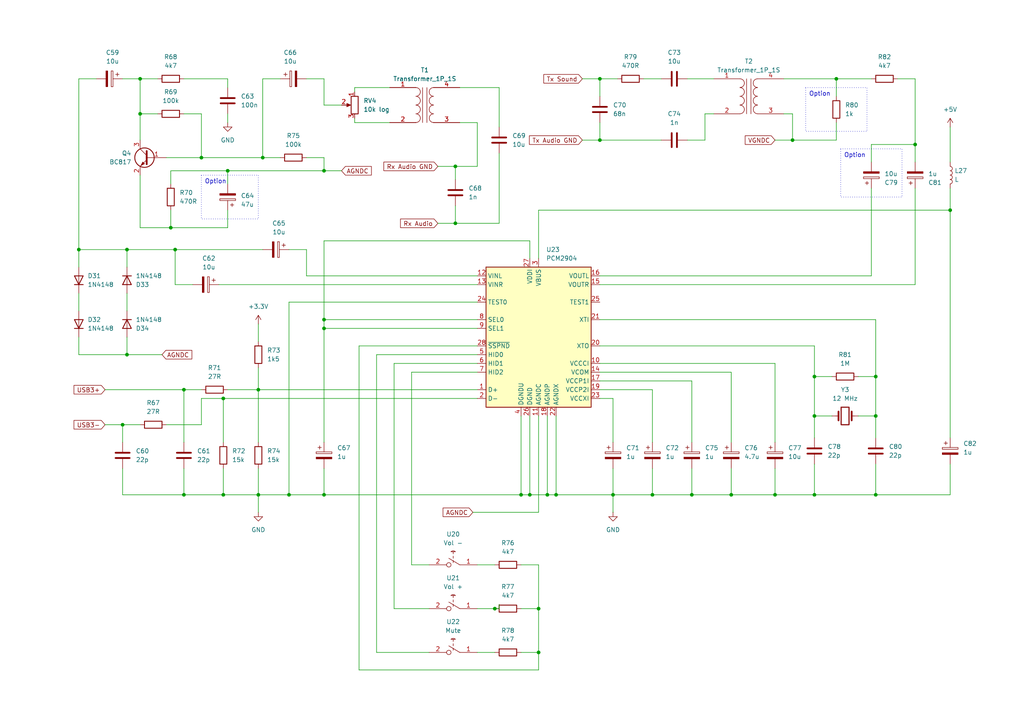
<source format=kicad_sch>
(kicad_sch (version 20231120) (generator "eeschema") (generator_version "8.0")
  (paper "A4")
  (title_block (rev "0.1"))
  (lib_symbols
    (symbol "Device:C" (pin_numbers hide) (pin_names (offset 0.254))
      (property "Reference" "C" (at 0.635 2.54 0))
      (property "Value" "C" (at 0.635 -2.54 0))
      (symbol "C_0_1"
        (polyline (pts (xy -2.032 -0.762) (xy 2.032 -0.762)) (stroke (width 0.508)))
        (polyline (pts (xy -2.032 0.762) (xy 2.032 0.762)) (stroke (width 0.508)))
      )
      (symbol "C_1_1"
        (pin passive line (at 0 3.81 270) (length 2.794) (name "~") (number "1"))
        (pin passive line (at 0 -3.81 90) (length 2.794) (name "~") (number "2"))
      )
    )
    (symbol "Device:C_Polarized" (pin_numbers hide) (pin_names (offset 0.254))
      (property "Reference" "C" (at 0.635 2.54 0))
      (property "Value" "C_Polarized" (at 0.635 -2.54 0))
      (symbol "C_Polarized_0_1"
        (rectangle (start -2.286 0.508) (end 2.286 1.016))
        (polyline (pts (xy -1.778 2.286) (xy -0.762 2.286)))
        (polyline (pts (xy -1.27 2.794) (xy -1.27 1.778)))
        (rectangle (start 2.286 -0.508) (end -2.286 -1.016) (fill (type outline)))
      )
      (symbol "C_Polarized_1_1"
        (pin passive line (at 0 3.81 270) (length 2.794) (name "~") (number "1"))
        (pin passive line (at 0 -3.81 90) (length 2.794) (name "~") (number "2"))
      )
    )
    (symbol "Device:Crystal" (pin_numbers hide) (pin_names (offset 1.016) hide)
      (property "Reference" "Y" (at 0 3.81 0))
      (property "Value" "Crystal" (at 0 -3.81 0))
      (symbol "Crystal_0_1"
        (rectangle (start -1.143 2.54) (end 1.143 -2.54) (stroke (width 0.3048)))
        (polyline (pts (xy -2.54 0) (xy -1.905 0)))
        (polyline (pts (xy -1.905 -1.27) (xy -1.905 1.27)) (stroke (width 0.508)))
        (polyline (pts (xy 1.905 -1.27) (xy 1.905 1.27)) (stroke (width 0.508)))
        (polyline (pts (xy 2.54 0) (xy 1.905 0)))
      )
      (symbol "Crystal_1_1"
        (pin passive line (at -3.81 0 0) (length 1.27) (name "1") (number "1"))
        (pin passive line (at 3.81 0 180) (length 1.27) (name "2") (number "2"))
      )
    )
    (symbol "Device:L" (pin_numbers hide) (pin_names (offset 1.016) hide)
      (property "Reference" "L" (at -1.27 0 90))
      (property "Value" "L" (at 1.905 0 90))
      (symbol "L_0_1"
        (arc (start 0 -2.54) (mid 0.6323 -1.905) (end 0 -1.27))
        (arc (start 0 -1.27) (mid 0.6323 -0.635) (end 0 0))
        (arc (start 0 0) (mid 0.6323 0.635) (end 0 1.27))
        (arc (start 0 1.27) (mid 0.6323 1.905) (end 0 2.54))
      )
      (symbol "L_1_1"
        (pin passive line (at 0 3.81 270) (length 1.27) (name "1") (number "1"))
        (pin passive line (at 0 -3.81 90) (length 1.27) (name "2") (number "2"))
      )
    )
    (symbol "Device:R" (pin_numbers hide) (pin_names (offset 0))
      (property "Reference" "R" (at 2.032 0 90))
      (property "Value" "R" (at 0 0 90))
      (symbol "R_0_1"
        (rectangle (start -1.016 -2.54) (end 1.016 2.54) (stroke (width 0.254)))
      )
      (symbol "R_1_1"
        (pin passive line (at 0 3.81 270) (length 1.27) (name "~") (number "1"))
        (pin passive line (at 0 -3.81 90) (length 1.27) (name "~") (number "2"))
      )
    )
    (symbol "Device:R_Potentiometer" (pin_names (offset 1.016) hide)
      (property "Reference" "RV" (at -4.445 0 90))
      (property "Value" "R_Potentiometer" (at -2.54 0 90))
      (symbol "R_Potentiometer_0_1"
        (polyline (pts (xy 2.54 0) (xy 1.524 0)))
        (polyline (pts (xy 1.143 0) (xy 2.286 0.508) (xy 2.286 -0.508) (xy 1.143 0)) (fill (type outline)))
        (rectangle (start 1.016 2.54) (end -1.016 -2.54) (stroke (width 0.254)))
      )
      (symbol "R_Potentiometer_1_1"
        (pin passive line (at 0 3.81 270) (length 1.27) (name "1") (number "1"))
        (pin passive line (at 3.81 0 180) (length 1.27) (name "2") (number "2"))
        (pin passive line (at 0 -3.81 90) (length 1.27) (name "3") (number "3"))
      )
    )
    (symbol "Device:Transformer_1P_1S" (pin_names (offset 1.016) hide)
      (property "Reference" "T" (at 0 6.35 0))
      (property "Value" "Transformer_1P_1S" (at 0 -7.62 0))
      (symbol "Transformer_1P_1S_0_1"
        (arc (start -2.54 -5.0546) (mid -1.6599 -4.6901) (end -1.27 -3.81))
        (arc (start -2.54 -2.5146) (mid -1.6599 -2.1501) (end -1.27 -1.27))
        (arc (start -2.54 0.0254) (mid -1.6599 0.3899) (end -1.27 1.27))
        (arc (start -2.54 2.5654) (mid -1.6599 2.9299) (end -1.27 3.81))
        (arc (start -1.27 -3.81) (mid -1.642 -2.912) (end -2.54 -2.54))
        (arc (start -1.27 -1.27) (mid -1.642 -0.372) (end -2.54 0))
        (arc (start -1.27 1.27) (mid -1.642 2.168) (end -2.54 2.54))
        (arc (start -1.27 3.81) (mid -1.642 4.708) (end -2.54 5.08))
        (polyline (pts (xy -0.635 5.08) (xy -0.635 -5.08)))
        (polyline (pts (xy 0.635 -5.08) (xy 0.635 5.08)))
        (arc (start 1.2954 -1.27) (mid 1.6599 -2.1501) (end 2.54 -2.5146))
        (arc (start 1.2954 1.27) (mid 1.6599 0.3899) (end 2.54 0.0254))
        (arc (start 1.2954 3.81) (mid 1.6599 2.9299) (end 2.54 2.5654))
        (arc (start 1.3208 -3.81) (mid 1.6853 -4.6901) (end 2.5654 -5.0546))
        (arc (start 2.54 0) (mid 1.642 -0.372) (end 1.2954 -1.27))
        (arc (start 2.54 2.54) (mid 1.642 2.168) (end 1.2954 1.27))
        (arc (start 2.54 5.08) (mid 1.642 4.708) (end 1.2954 3.81))
        (arc (start 2.5654 -2.54) (mid 1.6674 -2.912) (end 1.3208 -3.81))
      )
      (symbol "Transformer_1P_1S_1_1"
        (pin passive line (at -10.16 5.08 0) (length 7.62) (name "AA") (number "1"))
        (pin passive line (at -10.16 -5.08 0) (length 7.62) (name "AB") (number "2"))
        (pin passive line (at 10.16 -5.08 180) (length 7.62) (name "SA") (number "3"))
        (pin passive line (at 10.16 5.08 180) (length 7.62) (name "SB") (number "4"))
      )
    )
    (symbol "Diode:1N4148" (pin_numbers hide) (pin_names hide)
      (property "Reference" "D" (at 0 2.54 0))
      (property "Value" "1N4148" (at 0 -2.54 0))
      (symbol "1N4148_0_1"
        (polyline (pts (xy -1.27 1.27) (xy -1.27 -1.27)) (stroke (width 0.254)))
        (polyline (pts (xy 1.27 0) (xy -1.27 0)))
        (polyline (pts (xy 1.27 1.27) (xy 1.27 -1.27) (xy -1.27 0) (xy 1.27 1.27)) (stroke (width 0.254)))
      )
      (symbol "1N4148_1_1"
        (pin passive line (at -3.81 0 0) (length 2.54) (name "K") (number "1"))
        (pin passive line (at 3.81 0 180) (length 2.54) (name "A") (number "2"))
      )
    )
    (symbol "My_Parts:PCM2904"
      (property "Reference" "U" (at -14.732 21.59 0))
      (property "Value" "PCM2904" (at 10.922 21.59 0))
      (symbol "PCM2904_0_1"
        (rectangle (start -15.24 20.32) (end 15.24 -20.32) (stroke (width 0.254)) (fill (type background)))
      )
      (symbol "PCM2904_1_1"
        (pin bidirectional line (at -17.78 -15.24 0) (length 2.54) (name "D+") (number "1"))
        (pin passive line (at 17.78 -7.62 180) (length 2.54) (name "VCCCI") (number "10"))
        (pin power_in line (at 0 -22.86 90) (length 2.54) (name "AGNDC") (number "11"))
        (pin input line (at -17.78 17.78 0) (length 2.54) (name "VINL") (number "12"))
        (pin input line (at -17.78 15.24 0) (length 2.54) (name "VINR") (number "13"))
        (pin passive line (at 17.78 -10.16 180) (length 2.54) (name "VCOM") (number "14"))
        (pin output line (at 17.78 15.24 180) (length 2.54) (name "VOUTR") (number "15"))
        (pin output line (at 17.78 17.78 180) (length 2.54) (name "VOUTL") (number "16"))
        (pin passive line (at 17.78 -12.7 180) (length 2.54) (name "VCCP1I") (number "17"))
        (pin power_in line (at 2.54 -22.86 90) (length 2.54) (name "AGNDP") (number "18"))
        (pin passive line (at 17.78 -15.24 180) (length 2.54) (name "VCCP2I") (number "19"))
        (pin bidirectional line (at -17.78 -17.78 0) (length 2.54) (name "D-") (number "2"))
        (pin output line (at 17.78 -2.54 180) (length 2.54) (name "XTO") (number "20"))
        (pin input line (at 17.78 5.08 180) (length 2.54) (name "XTI") (number "21"))
        (pin power_in line (at 5.08 -22.86 90) (length 2.54) (name "AGNDX") (number "22"))
        (pin passive line (at 17.78 -17.78 180) (length 2.54) (name "VCCXI") (number "23"))
        (pin input line (at -17.78 10.16 0) (length 2.54) (name "TEST0") (number "24"))
        (pin output line (at 17.78 10.16 180) (length 2.54) (name "TEST1") (number "25"))
        (pin power_in line (at -2.54 -22.86 90) (length 2.54) (name "DGND") (number "26"))
        (pin power_out line (at -2.54 22.86 270) (length 2.54) (name "VDDI") (number "27"))
        (pin output line (at -17.78 -2.54 0) (length 2.54) (name "~{SSPND}") (number "28"))
        (pin power_in line (at 0 22.86 270) (length 2.54) (name "VBUS") (number "3"))
        (pin power_in line (at -5.08 -22.86 90) (length 2.54) (name "DGNDU") (number "4"))
        (pin input line (at -17.78 -5.08 0) (length 2.54) (name "HID0") (number "5"))
        (pin input line (at -17.78 -7.62 0) (length 2.54) (name "HID1") (number "6"))
        (pin input line (at -17.78 -10.16 0) (length 2.54) (name "HID2") (number "7"))
        (pin input line (at -17.78 5.08 0) (length 2.54) (name "SEL0") (number "8"))
        (pin input line (at -17.78 2.54 0) (length 2.54) (name "SEL1") (number "9"))
      )
    )
    (symbol "My_Parts:Switch" (pin_names hide)
      (property "Reference" "U" (at 6.985 6.35 0))
      (property "Value" "Switch" (at 7.62 -4.445 0))
      (symbol "Switch_0_1"
        (polyline (pts (xy 5.08 0) (xy 8.255 1.905)) (stroke (width 0.1524)))
        (polyline (pts (xy 6.35 3.81) (xy 7.62 3.81)) (stroke (width 0.1524)))
        (polyline (pts (xy 6.985 0.635) (xy 6.985 1.27)) (stroke (width 0.1524)))
        (polyline (pts (xy 6.985 1.905) (xy 6.985 2.54)) (stroke (width 0.1524)))
        (polyline (pts (xy 6.985 3.175) (xy 6.985 3.81)) (stroke (width 0.1524)))
        (arc (start 7.62 3.81) (mid 6.985 4.073) (end 6.35 3.81) (stroke (width 0.1524)))
        (circle (center 8.255 0) (radius 0.635) (stroke (width 0.1524)))
      )
      (symbol "Switch_1_1"
        (pin passive line (at 0 0 0) (length 5.08) (name "Com") (number "1"))
        (pin passive line (at 13.97 0 180) (length 5.08) (name "NO") (number "2"))
      )
    )
    (symbol "Transistor_BJT:BC817" (pin_names (offset 0) hide)
      (property "Reference" "Q" (at 5.08 1.905 0))
      (property "Value" "BC817" (at 5.08 0 0))
      (symbol "BC817_0_1"
        (polyline (pts (xy 0.635 0.635) (xy 2.54 2.54)))
        (polyline (pts (xy 0.635 -0.635) (xy 2.54 -2.54) (xy 2.54 -2.54)))
        (polyline (pts (xy 0.635 1.905) (xy 0.635 -1.905) (xy 0.635 -1.905)) (stroke (width 0.508)))
        (polyline (pts (xy 1.27 -1.778) (xy 1.778 -1.27) (xy 2.286 -2.286) (xy 1.27 -1.778) (xy 1.27 -1.778)) (fill (type outline)))
        (circle (center 1.27 0) (radius 2.8194) (stroke (width 0.254)))
      )
      (symbol "BC817_1_1"
        (pin input line (at -5.08 0 0) (length 5.715) (name "B") (number "1"))
        (pin passive line (at 2.54 -5.08 90) (length 2.54) (name "E") (number "2"))
        (pin passive line (at 2.54 5.08 270) (length 2.54) (name "C") (number "3"))
      )
    )
    (symbol "power:+3.3V" (power) (pin_numbers hide) (pin_names (offset 0) hide)
      (property "Value" "+3.3V" (at 0 3.556 0))
      (symbol "+3.3V_0_1"
        (polyline (pts (xy -0.762 1.27) (xy 0 2.54)))
        (polyline (pts (xy 0 0) (xy 0 2.54)))
        (polyline (pts (xy 0 2.54) (xy 0.762 1.27)))
      )
      (symbol "+3.3V_1_1"
        (pin power_in line (at 0 0 90) (length 0) (name "~") (number "1"))
      )
    )
    (symbol "power:+5V" (power) (pin_numbers hide) (pin_names (offset 0) hide)
      (property "Value" "+5V" (at 0 3.556 0))
      (symbol "+5V_0_1"
        (polyline (pts (xy -0.762 1.27) (xy 0 2.54)))
        (polyline (pts (xy 0 0) (xy 0 2.54)))
        (polyline (pts (xy 0 2.54) (xy 0.762 1.27)))
      )
      (symbol "+5V_1_1"
        (pin power_in line (at 0 0 90) (length 0) (name "~") (number "1"))
      )
    )
    (symbol "power:GND" (power) (pin_numbers hide) (pin_names (offset 0) hide)
      (property "Value" "GND" (at 0 -3.81 0))
      (symbol "GND_0_1"
        (polyline (pts (xy 0 0) (xy 0 -1.27) (xy 1.27 -1.27) (xy 0 -2.54) (xy -1.27 -1.27) (xy 0 -1.27)))
      )
      (symbol "GND_1_1"
        (pin power_in line (at 0 0 270) (length 0) (name "~") (number "1"))
      )
    )
  )
  (junction (at 200.66 143.51))
  (junction (at 40.64 22.86))
  (junction (at 229.87 40.64))
  (junction (at 50.8 72.39))
  (junction (at 36.83 102.87))
  (junction (at 143.51 176.53))
  (junction (at 177.8 143.51))
  (junction (at 173.99 22.86))
  (junction (at 74.93 113.03))
  (junction (at 242.57 22.86))
  (junction (at 35.56 123.19))
  (junction (at 66.04 49.53))
  (junction (at 53.34 113.03))
  (junction (at 83.82 143.51))
  (junction (at 74.93 143.51))
  (junction (at 93.98 143.51))
  (junction (at 22.86 72.39))
  (junction (at 36.83 72.39))
  (junction (at 93.98 95.25))
  (junction (at 189.23 143.51))
  (junction (at 153.67 143.51))
  (junction (at 58.42 45.72))
  (junction (at 40.64 33.02))
  (junction (at 254 143.51))
  (junction (at 224.79 143.51))
  (junction (at 236.22 120.65))
  (junction (at 132.08 48.26))
  (junction (at 156.21 189.23))
  (junction (at 132.08 64.77))
  (junction (at 236.22 109.22))
  (junction (at 236.22 143.51))
  (junction (at 93.98 49.53))
  (junction (at 156.21 176.53))
  (junction (at 76.2 45.72))
  (junction (at 53.34 143.51))
  (junction (at 151.13 143.51))
  (junction (at 161.29 143.51))
  (junction (at 275.59 60.96))
  (junction (at 64.77 143.51))
  (junction (at 49.53 66.04))
  (junction (at 93.98 92.71))
  (junction (at 265.43 41.91))
  (junction (at 254 120.65))
  (junction (at 212.09 143.51))
  (junction (at 173.99 40.64))
  (junction (at 64.77 115.57))
  (junction (at 254 109.22))
  (junction (at 158.75 143.51))
  (wire (pts (xy 275.59 36.83) (xy 275.59 46.99)))
  (wire (pts (xy 53.34 128.27) (xy 53.34 113.03)))
  (wire (pts (xy 199.39 22.86) (xy 207.01 22.86)))
  (wire (pts (xy 173.99 80.01) (xy 252.73 80.01)))
  (wire (pts (xy 99.06 30.48) (xy 93.98 30.48)))
  (wire (pts (xy 242.57 35.56) (xy 242.57 40.64)))
  (wire (pts (xy 40.64 22.86) (xy 45.72 22.86)))
  (wire (pts (xy 158.75 120.65) (xy 158.75 143.51)))
  (wire (pts (xy 27.94 22.86) (xy 22.86 22.86)))
  (wire (pts (xy 109.22 189.23) (xy 109.22 102.87)))
  (wire (pts (xy 173.99 92.71) (xy 254 92.71)))
  (wire (pts (xy 133.35 35.56) (xy 138.43 35.56)))
  (wire (pts (xy 248.92 120.65) (xy 254 120.65)))
  (wire (pts (xy 40.64 33.02) (xy 40.64 40.64)))
  (wire (pts (xy 156.21 189.23) (xy 156.21 176.53)))
  (wire (pts (xy 161.29 120.65) (xy 161.29 143.51)))
  (wire (pts (xy 229.87 33.02) (xy 229.87 40.64)))
  (wire (pts (xy 50.8 72.39) (xy 76.2 72.39)))
  (wire (pts (xy 173.99 35.56) (xy 173.99 40.64)))
  (wire (pts (xy 88.9 22.86) (xy 93.98 22.86)))
  (wire (pts (xy 58.42 33.02) (xy 58.42 45.72)))
  (wire (pts (xy 83.82 87.63) (xy 83.82 143.51)))
  (wire (pts (xy 35.56 143.51) (xy 53.34 143.51)))
  (wire (pts (xy 138.43 105.41) (xy 114.3 105.41)))
  (wire (pts (xy 254 92.71) (xy 254 109.22)))
  (wire (pts (xy 58.42 115.57) (xy 58.42 123.19)))
  (wire (pts (xy 93.98 45.72) (xy 93.98 49.53)))
  (wire (pts (xy 40.64 50.8) (xy 40.64 66.04)))
  (wire (pts (xy 74.93 143.51) (xy 83.82 143.51)))
  (wire (pts (xy 153.67 74.93) (xy 153.67 69.85)))
  (wire (pts (xy 229.87 40.64) (xy 242.57 40.64)))
  (wire (pts (xy 88.9 80.01) (xy 88.9 72.39)))
  (wire (pts (xy 189.23 143.51) (xy 200.66 143.51)))
  (wire (pts (xy 138.43 35.56) (xy 138.43 48.26)))
  (wire (pts (xy 124.46 163.83) (xy 119.38 163.83)))
  (wire (pts (xy 63.5 82.55) (xy 138.43 82.55)))
  (wire (pts (xy 53.34 135.89) (xy 53.34 143.51)))
  (wire (pts (xy 177.8 128.27) (xy 177.8 115.57)))
  (wire (pts (xy 36.83 102.87) (xy 22.86 102.87)))
  (wire (pts (xy 74.93 135.89) (xy 74.93 143.51)))
  (wire (pts (xy 204.47 33.02) (xy 207.01 33.02)))
  (wire (pts (xy 224.79 105.41) (xy 224.79 128.27)))
  (wire (pts (xy 151.13 120.65) (xy 151.13 143.51)))
  (wire (pts (xy 53.34 22.86) (xy 66.04 22.86)))
  (wire (pts (xy 74.93 106.68) (xy 74.93 113.03)))
  (wire (pts (xy 119.38 163.83) (xy 119.38 107.95)))
  (wire (pts (xy 36.83 85.09) (xy 36.83 90.17)))
  (wire (pts (xy 49.53 66.04) (xy 40.64 66.04)))
  (wire (pts (xy 204.47 40.64) (xy 204.47 33.02)))
  (wire (pts (xy 81.28 22.86) (xy 76.2 22.86)))
  (wire (pts (xy 236.22 100.33) (xy 236.22 109.22)))
  (wire (pts (xy 114.3 176.53) (xy 124.46 176.53)))
  (wire (pts (xy 254 120.65) (xy 254 127)))
  (wire (pts (xy 64.77 115.57) (xy 138.43 115.57)))
  (wire (pts (xy 173.99 107.95) (xy 212.09 107.95)))
  (wire (pts (xy 46.99 102.87) (xy 36.83 102.87)))
  (wire (pts (xy 158.75 143.51) (xy 153.67 143.51)))
  (wire (pts (xy 36.83 72.39) (xy 36.83 77.47)))
  (wire (pts (xy 48.26 45.72) (xy 58.42 45.72)))
  (wire (pts (xy 66.04 49.53) (xy 93.98 49.53)))
  (wire (pts (xy 132.08 59.69) (xy 132.08 64.77)))
  (wire (pts (xy 236.22 127) (xy 236.22 120.65)))
  (wire (pts (xy 156.21 60.96) (xy 156.21 74.93)))
  (wire (pts (xy 133.35 25.4) (xy 144.78 25.4)))
  (wire (pts (xy 109.22 102.87) (xy 138.43 102.87)))
  (wire (pts (xy 173.99 82.55) (xy 265.43 82.55)))
  (wire (pts (xy 22.86 77.47) (xy 22.86 72.39)))
  (wire (pts (xy 242.57 22.86) (xy 252.73 22.86)))
  (wire (pts (xy 66.04 49.53) (xy 66.04 53.34)))
  (wire (pts (xy 35.56 135.89) (xy 35.56 143.51)))
  (wire (pts (xy 93.98 135.89) (xy 93.98 143.51)))
  (wire (pts (xy 236.22 143.51) (xy 224.79 143.51)))
  (wire (pts (xy 236.22 120.65) (xy 241.3 120.65)))
  (wire (pts (xy 227.33 22.86) (xy 242.57 22.86)))
  (wire (pts (xy 49.53 53.34) (xy 49.53 49.53)))
  (wire (pts (xy 236.22 109.22) (xy 241.3 109.22)))
  (wire (pts (xy 58.42 115.57) (xy 64.77 115.57)))
  (wire (pts (xy 143.51 176.53) (xy 144.78 176.53)))
  (wire (pts (xy 212.09 143.51) (xy 224.79 143.51)))
  (wire (pts (xy 168.91 22.86) (xy 173.99 22.86)))
  (wire (pts (xy 102.87 25.4) (xy 113.03 25.4)))
  (wire (pts (xy 93.98 69.85) (xy 93.98 92.71)))
  (wire (pts (xy 144.78 64.77) (xy 132.08 64.77)))
  (wire (pts (xy 53.34 33.02) (xy 58.42 33.02)))
  (wire (pts (xy 66.04 33.02) (xy 66.04 35.56)))
  (wire (pts (xy 127 48.26) (xy 132.08 48.26)))
  (wire (pts (xy 64.77 115.57) (xy 64.77 128.27)))
  (wire (pts (xy 138.43 176.53) (xy 143.51 176.53)))
  (wire (pts (xy 64.77 135.89) (xy 64.77 143.51)))
  (wire (pts (xy 138.43 92.71) (xy 93.98 92.71)))
  (wire (pts (xy 186.69 22.86) (xy 191.77 22.86)))
  (wire (pts (xy 93.98 95.25) (xy 138.43 95.25)))
  (wire (pts (xy 275.59 60.96) (xy 156.21 60.96)))
  (wire (pts (xy 212.09 135.89) (xy 212.09 143.51)))
  (wire (pts (xy 252.73 46.99) (xy 252.73 41.91)))
  (wire (pts (xy 45.72 33.02) (xy 40.64 33.02)))
  (wire (pts (xy 173.99 100.33) (xy 236.22 100.33)))
  (wire (pts (xy 102.87 35.56) (xy 113.03 35.56)))
  (wire (pts (xy 88.9 72.39) (xy 83.82 72.39)))
  (wire (pts (xy 156.21 148.59) (xy 156.21 120.65)))
  (wire (pts (xy 177.8 135.89) (xy 177.8 143.51)))
  (wire (pts (xy 179.07 22.86) (xy 173.99 22.86)))
  (wire (pts (xy 224.79 135.89) (xy 224.79 143.51)))
  (wire (pts (xy 200.66 110.49) (xy 200.66 128.27)))
  (wire (pts (xy 224.79 40.64) (xy 229.87 40.64)))
  (wire (pts (xy 156.21 163.83) (xy 151.13 163.83)))
  (wire (pts (xy 177.8 148.59) (xy 177.8 143.51)))
  (wire (pts (xy 83.82 143.51) (xy 93.98 143.51)))
  (wire (pts (xy 177.8 143.51) (xy 189.23 143.51)))
  (wire (pts (xy 66.04 113.03) (xy 74.93 113.03)))
  (wire (pts (xy 173.99 22.86) (xy 173.99 27.94)))
  (wire (pts (xy 58.42 45.72) (xy 76.2 45.72)))
  (wire (pts (xy 102.87 34.29) (xy 102.87 35.56)))
  (wire (pts (xy 138.43 87.63) (xy 83.82 87.63)))
  (wire (pts (xy 66.04 22.86) (xy 66.04 25.4)))
  (wire (pts (xy 156.21 176.53) (xy 151.13 176.53)))
  (wire (pts (xy 76.2 22.86) (xy 76.2 45.72)))
  (wire (pts (xy 35.56 123.19) (xy 40.64 123.19)))
  (wire (pts (xy 104.14 194.31) (xy 156.21 194.31)))
  (wire (pts (xy 66.04 66.04) (xy 49.53 66.04)))
  (wire (pts (xy 53.34 143.51) (xy 64.77 143.51)))
  (wire (pts (xy 88.9 45.72) (xy 93.98 45.72)))
  (wire (pts (xy 104.14 100.33) (xy 104.14 194.31)))
  (wire (pts (xy 173.99 40.64) (xy 191.77 40.64)))
  (wire (pts (xy 114.3 105.41) (xy 114.3 176.53)))
  (wire (pts (xy 35.56 123.19) (xy 35.56 128.27)))
  (wire (pts (xy 55.88 82.55) (xy 50.8 82.55)))
  (wire (pts (xy 22.86 72.39) (xy 36.83 72.39)))
  (wire (pts (xy 74.93 113.03) (xy 138.43 113.03)))
  (wire (pts (xy 200.66 143.51) (xy 212.09 143.51)))
  (wire (pts (xy 265.43 41.91) (xy 265.43 46.99)))
  (wire (pts (xy 127 64.77) (xy 132.08 64.77)))
  (wire (pts (xy 93.98 49.53) (xy 99.06 49.53)))
  (wire (pts (xy 102.87 26.67) (xy 102.87 25.4)))
  (wire (pts (xy 212.09 107.95) (xy 212.09 128.27)))
  (wire (pts (xy 74.93 143.51) (xy 74.93 148.59)))
  (wire (pts (xy 40.64 22.86) (xy 40.64 33.02)))
  (wire (pts (xy 275.59 54.61) (xy 275.59 60.96)))
  (wire (pts (xy 151.13 189.23) (xy 156.21 189.23)))
  (wire (pts (xy 173.99 110.49) (xy 200.66 110.49)))
  (wire (pts (xy 22.86 97.79) (xy 22.86 102.87)))
  (wire (pts (xy 22.86 85.09) (xy 22.86 90.17)))
  (wire (pts (xy 36.83 97.79) (xy 36.83 102.87)))
  (wire (pts (xy 275.59 134.62) (xy 275.59 143.51)))
  (wire (pts (xy 236.22 134.62) (xy 236.22 143.51)))
  (wire (pts (xy 93.98 30.48) (xy 93.98 22.86)))
  (wire (pts (xy 36.83 72.39) (xy 50.8 72.39)))
  (wire (pts (xy 64.77 143.51) (xy 74.93 143.51)))
  (wire (pts (xy 138.43 48.26) (xy 132.08 48.26)))
  (wire (pts (xy 50.8 82.55) (xy 50.8 72.39)))
  (wire (pts (xy 153.67 120.65) (xy 153.67 143.51)))
  (wire (pts (xy 242.57 22.86) (xy 242.57 27.94)))
  (wire (pts (xy 265.43 82.55) (xy 265.43 54.61)))
  (wire (pts (xy 137.16 148.59) (xy 156.21 148.59)))
  (wire (pts (xy 177.8 115.57) (xy 173.99 115.57)))
  (wire (pts (xy 236.22 120.65) (xy 236.22 109.22)))
  (wire (pts (xy 252.73 41.91) (xy 265.43 41.91)))
  (wire (pts (xy 156.21 194.31) (xy 156.21 189.23)))
  (wire (pts (xy 144.78 176.53) (xy 144.78 175.26)))
  (wire (pts (xy 138.43 100.33) (xy 104.14 100.33)))
  (wire (pts (xy 40.64 22.86) (xy 35.56 22.86)))
  (wire (pts (xy 93.98 92.71) (xy 93.98 95.25)))
  (wire (pts (xy 156.21 176.53) (xy 156.21 163.83)))
  (wire (pts (xy 66.04 60.96) (xy 66.04 66.04)))
  (wire (pts (xy 254 134.62) (xy 254 143.51)))
  (wire (pts (xy 143.51 163.83) (xy 138.43 163.83)))
  (wire (pts (xy 260.35 22.86) (xy 265.43 22.86)))
  (wire (pts (xy 173.99 113.03) (xy 189.23 113.03)))
  (wire (pts (xy 275.59 127) (xy 275.59 60.96)))
  (wire (pts (xy 93.98 95.25) (xy 93.98 128.27)))
  (wire (pts (xy 161.29 143.51) (xy 158.75 143.51)))
  (wire (pts (xy 74.93 113.03) (xy 74.93 128.27)))
  (wire (pts (xy 173.99 105.41) (xy 224.79 105.41)))
  (wire (pts (xy 143.51 189.23) (xy 138.43 189.23)))
  (wire (pts (xy 30.48 113.03) (xy 53.34 113.03)))
  (wire (pts (xy 189.23 135.89) (xy 189.23 143.51)))
  (wire (pts (xy 168.91 40.64) (xy 173.99 40.64)))
  (wire (pts (xy 53.34 113.03) (xy 58.42 113.03)))
  (wire (pts (xy 200.66 135.89) (xy 200.66 143.51)))
  (wire (pts (xy 49.53 60.96) (xy 49.53 66.04)))
  (wire (pts (xy 144.78 44.45) (xy 144.78 64.77)))
  (wire (pts (xy 254 109.22) (xy 254 120.65)))
  (wire (pts (xy 189.23 113.03) (xy 189.23 128.27)))
  (wire (pts (xy 119.38 107.95) (xy 138.43 107.95)))
  (wire (pts (xy 74.93 93.98) (xy 74.93 99.06)))
  (wire (pts (xy 132.08 48.26) (xy 132.08 52.07)))
  (wire (pts (xy 76.2 45.72) (xy 81.28 45.72)))
  (wire (pts (xy 88.9 80.01) (xy 138.43 80.01)))
  (wire (pts (xy 144.78 36.83) (xy 144.78 25.4)))
  (wire (pts (xy 236.22 143.51) (xy 254 143.51)))
  (wire (pts (xy 275.59 143.51) (xy 254 143.51)))
  (wire (pts (xy 265.43 22.86) (xy 265.43 41.91)))
  (wire (pts (xy 93.98 143.51) (xy 151.13 143.51)))
  (wire (pts (xy 161.29 143.51) (xy 177.8 143.51)))
  (wire (pts (xy 49.53 49.53) (xy 66.04 49.53)))
  (wire (pts (xy 48.26 123.19) (xy 58.42 123.19)))
  (wire (pts (xy 252.73 54.61) (xy 252.73 80.01)))
  (wire (pts (xy 124.46 189.23) (xy 109.22 189.23)))
  (wire (pts (xy 153.67 69.85) (xy 93.98 69.85)))
  (wire (pts (xy 22.86 22.86) (xy 22.86 72.39)))
  (wire (pts (xy 30.48 123.19) (xy 35.56 123.19)))
  (wire (pts (xy 153.67 143.51) (xy 151.13 143.51)))
  (wire (pts (xy 199.39 40.64) (xy 204.47 40.64)))
  (wire (pts (xy 227.33 33.02) (xy 229.87 33.02)))
  (wire (pts (xy 248.92 109.22) (xy 254 109.22)))
  (text_box "Option" (at 243.84 43.18 0) (size 17.78 13.97) (stroke (width 0) (type dot)) (effects (font (size 1.27 1.27)) (justify left top)))
  (text_box "Option" (at 58.42 50.8 0) (size 16.51 12.7) (stroke (width 0) (type dot)) (effects (font (size 1.27 1.27)) (justify left top)))
  (text_box "Option" (at 233.68 25.4 0) (size 17.78 12.7) (stroke (width 0) (type dot)) (effects (font (size 1.27 1.27)) (justify left top)))
  (global_label "Tx Sound" (shape input) (at 168.91 22.86 180) (property "Intersheetrefs" "${INTERSHEET_REFS}" (effects (hide yes))))
  (global_label "Rx Audio" (shape input) (at 127 64.77 180) (property "Intersheetrefs" "${INTERSHEET_REFS}" (effects (hide yes))))
  (global_label "Tx Audio GND" (shape input) (at 168.91 40.64 180) (property "Intersheetrefs" "${INTERSHEET_REFS}" (effects (hide yes))))
  (global_label "AGNDC" (shape input) (at 137.16 148.59 180) (property "Intersheetrefs" "${INTERSHEET_REFS}" (effects (hide yes))))
  (global_label "USB3-" (shape input) (at 30.48 123.19 180) (property "Intersheetrefs" "${INTERSHEET_REFS}" (effects (hide yes))))
  (global_label "Rx Audio GND" (shape input) (at 127 48.26 180) (property "Intersheetrefs" "${INTERSHEET_REFS}" (effects (hide yes))))
  (global_label "VGNDC" (shape input) (at 224.79 40.64 180) (property "Intersheetrefs" "${INTERSHEET_REFS}" (effects (hide yes))))
  (global_label "AGNDC" (shape input) (at 46.99 102.87 0) (property "Intersheetrefs" "${INTERSHEET_REFS}" (effects (hide yes))))
  (global_label "USB3+" (shape input) (at 30.48 113.03 180) (property "Intersheetrefs" "${INTERSHEET_REFS}" (effects (hide yes))))
  (global_label "AGNDC" (shape input) (at 99.06 49.53 0) (property "Intersheetrefs" "${INTERSHEET_REFS}" (effects (hide yes))))
  (symbol (lib_id "Device:L") (at 275.59 50.8 0) (unit 1)
    (property "Reference" "L27" (at 276.86 49.5299 0) (effects (justify left)))
    (property "Value" "L" (at 276.86 52.0699 0) (effects (justify left)))
    (property "Footprint" "Inductor_SMD:L_1206_3216Metric_Pad1.22x1.90mm_HandSolder" (effects (hide yes)))
    (property "Description" "Inductor" (effects (hide yes)))
  )
  (symbol (lib_id "Device:R") (at 64.77 132.08 180) (unit 1)
    (property "Reference" "R72" (at 67.31 130.8099 0) (effects (justify right)))
    (property "Value" "15k" (at 67.31 133.3499 0) (effects (justify right)))
    (property "Footprint" "Resistor_SMD:R_1206_3216Metric_Pad1.30x1.75mm_HandSolder" (effects (hide yes)))
    (property "Description" "Resistor" (effects (hide yes)))
  )
  (symbol (lib_id "My_Parts:PCM2904") (at 156.21 97.79 0) (unit 1)
    (property "Reference" "U23" (at 158.4041 72.39 0) (effects (justify left)))
    (property "Value" "PCM2904" (at 158.4041 74.93 0) (effects (justify left)))
    (property "Footprint" "Package_SO:SSOP-28_5.3x10.2mm_P0.65mm" (effects (hide yes)))
    (property "Datasheet" "https://www.ti.com/lit/ds/symlink/pcm2904.pdf?ts=1744458087246&ref_url=https%253A%252F%252Fwww.ti.com%252Fproduct%252FPCM2904" (effects (hide yes)))
    (property "Description" "Stereo Audio Codec with USB interface, Analog Input/Output, and S/PDIF, SSOP-28" (effects (hide yes)))
  )
  (symbol (lib_id "Device:R") (at 147.32 176.53 270) (mirror x) (unit 1)
    (property "Reference" "R77" (at 147.32 170.18 90))
    (property "Value" "4k7" (at 147.32 172.72 90))
    (property "Footprint" "Resistor_SMD:R_1206_3216Metric_Pad1.30x1.75mm_HandSolder" (effects (hide yes)))
    (property "Description" "Resistor" (effects (hide yes)))
  )
  (symbol (lib_id "Device:R") (at 62.23 113.03 90) (unit 1)
    (property "Reference" "R71" (at 62.23 106.68 90))
    (property "Value" "27R" (at 62.23 109.22 90))
    (property "Footprint" "Resistor_SMD:R_1206_3216Metric_Pad1.30x1.75mm_HandSolder" (effects (hide yes)))
    (property "Description" "Resistor" (effects (hide yes)))
  )
  (symbol (lib_id "Device:C_Polarized") (at 85.09 22.86 90) (mirror x) (unit 1)
    (property "Reference" "C66" (at 84.201 15.24 90))
    (property "Value" "10u" (at 84.201 17.78 90))
    (property "Footprint" "Capacitor_SMD:CP_Elec_5x5.4" (effects (hide yes)))
    (property "Description" "Polarized capacitor" (effects (hide yes)))
  )
  (symbol (lib_id "Diode:1N4148") (at 36.83 93.98 90) (mirror x) (unit 1)
    (property "Reference" "D34" (at 39.37 95.2501 90) (effects (justify right)))
    (property "Value" "1N4148" (at 39.37 92.7101 90) (effects (justify right)))
    (property "Footprint" "Diode_SMD:D_SOD-523" (effects (hide yes)))
    (property "Datasheet" "https://assets.nexperia.com/documents/data-sheet/1N4148_1N4448.pdf" (effects (hide yes)))
    (property "Description" "100V 0.15A standard switching diode, DO-35" (effects (hide yes)))
    (property "Sim.Device" "D" (effects (hide yes)))
    (property "Sim.Pins" "1=K 2=A" (effects (hide yes)))
  )
  (symbol (lib_id "Device:R_Potentiometer") (at 102.87 30.48 0) (mirror y) (unit 1)
    (property "Reference" "RV4" (at 105.41 29.2099 0) (effects (justify right)))
    (property "Value" "10k log" (at 105.41 31.7499 0) (effects (justify right)))
    (property "Footprint" "MyFootprints:3-pin JST Potentiometer" (effects (hide yes)))
    (property "Description" "Potentiometer" (effects (hide yes)))
  )
  (symbol (lib_id "Device:R") (at 245.11 109.22 90) (unit 1)
    (property "Reference" "R81" (at 245.11 102.87 90))
    (property "Value" "1M" (at 245.11 105.41 90))
    (property "Footprint" "Resistor_SMD:R_1206_3216Metric_Pad1.30x1.75mm_HandSolder" (effects (hide yes)))
    (property "Description" "Resistor" (effects (hide yes)))
  )
  (symbol (lib_id "Device:C") (at 195.58 40.64 90) (unit 1)
    (property "Reference" "C74" (at 195.58 33.02 90))
    (property "Value" "1n" (at 195.58 35.56 90))
    (property "Footprint" "Capacitor_SMD:C_1206_3216Metric_Pad1.33x1.80mm_HandSolder" (effects (hide yes)))
    (property "Description" "Unpolarized capacitor" (effects (hide yes)))
  )
  (symbol (lib_id "power:GND") (at 177.8 148.59 0) (unit 1)
    (property "Reference" "#PWR82" (effects (hide yes)))
    (property "Value" "GND" (at 177.8 153.67 0))
    (property "Description" "Power symbol creates a global label with name \"GND\" , ground" (effects (hide yes)))
  )
  (symbol (lib_id "Device:C") (at 144.78 40.64 180) (unit 1)
    (property "Reference" "C69" (at 148.59 39.3699 0) (effects (justify right)))
    (property "Value" "10u" (at 148.59 41.9099 0) (effects (justify right)))
    (property "Footprint" "Capacitor_SMD:C_1206_3216Metric_Pad1.33x1.80mm_HandSolder" (effects (hide yes)))
    (property "Description" "Unpolarized capacitor" (effects (hide yes)))
  )
  (symbol (lib_id "Device:C_Polarized") (at 31.75 22.86 270) (unit 1)
    (property "Reference" "C59" (at 32.639 15.24 90))
    (property "Value" "10u" (at 32.639 17.78 90))
    (property "Footprint" "Capacitor_SMD:CP_Elec_5x5.4" (effects (hide yes)))
    (property "Description" "Polarized capacitor" (effects (hide yes)))
  )
  (symbol (lib_id "Device:C") (at 254 130.81 0) (unit 1)
    (property "Reference" "C80" (at 257.81 129.5399 0) (effects (justify left)))
    (property "Value" "22p" (at 257.81 132.0799 0) (effects (justify left)))
    (property "Footprint" "Capacitor_SMD:C_1206_3216Metric_Pad1.33x1.80mm_HandSolder" (effects (hide yes)))
    (property "Description" "Unpolarized capacitor" (effects (hide yes)))
  )
  (symbol (lib_id "Device:C") (at 236.22 130.81 0) (unit 1)
    (property "Reference" "C78" (at 240.03 129.5399 0) (effects (justify left)))
    (property "Value" "22p" (at 240.03 132.0799 0) (effects (justify left)))
    (property "Footprint" "Capacitor_SMD:C_1206_3216Metric_Pad1.33x1.80mm_HandSolder" (effects (hide yes)))
    (property "Description" "Unpolarized capacitor" (effects (hide yes)))
  )
  (symbol (lib_id "Device:C") (at 195.58 22.86 90) (unit 1)
    (property "Reference" "C73" (at 195.58 15.24 90))
    (property "Value" "10u" (at 195.58 17.78 90))
    (property "Footprint" "Capacitor_SMD:C_1206_3216Metric_Pad1.33x1.80mm_HandSolder" (effects (hide yes)))
    (property "Description" "Unpolarized capacitor" (effects (hide yes)))
  )
  (symbol (lib_id "Device:C_Polarized") (at 265.43 50.8 0) (mirror x) (unit 1)
    (property "Reference" "C81" (at 269.24 52.9591 0) (effects (justify left)))
    (property "Value" "1u" (at 269.24 50.4191 0) (effects (justify left)))
    (property "Footprint" "Capacitor_SMD:CP_Elec_5x5.4" (effects (hide yes)))
    (property "Description" "Polarized capacitor" (effects (hide yes)))
  )
  (symbol (lib_id "Device:R") (at 74.93 102.87 0) (unit 1)
    (property "Reference" "R73" (at 77.47 101.5999 0) (effects (justify left)))
    (property "Value" "1k5" (at 77.47 104.1399 0) (effects (justify left)))
    (property "Footprint" "Resistor_SMD:R_1206_3216Metric_Pad1.30x1.75mm_HandSolder" (effects (hide yes)))
    (property "Description" "Resistor" (effects (hide yes)))
  )
  (symbol (lib_id "Device:C") (at 173.99 31.75 0) (unit 1)
    (property "Reference" "C70" (at 177.8 30.4799 0) (effects (justify left)))
    (property "Value" "68n" (at 177.8 33.0199 0) (effects (justify left)))
    (property "Footprint" "Capacitor_SMD:C_1206_3216Metric_Pad1.33x1.80mm_HandSolder" (effects (hide yes)))
    (property "Description" "Unpolarized capacitor" (effects (hide yes)))
  )
  (symbol (lib_id "Diode:1N4148") (at 22.86 81.28 90) (unit 1)
    (property "Reference" "D31" (at 25.4 80.0099 90) (effects (justify right)))
    (property "Value" "1N4148" (at 25.4 82.5499 90) (effects (justify right)))
    (property "Footprint" "Diode_SMD:D_SOD-523" (effects (hide yes)))
    (property "Datasheet" "https://assets.nexperia.com/documents/data-sheet/1N4148_1N4448.pdf" (effects (hide yes)))
    (property "Description" "100V 0.15A standard switching diode, DO-35" (effects (hide yes)))
    (property "Sim.Device" "D" (effects (hide yes)))
    (property "Sim.Pins" "1=K 2=A" (effects (hide yes)))
  )
  (symbol (lib_id "Device:R") (at 49.53 57.15 180) (unit 1)
    (property "Reference" "R70" (at 52.07 55.8799 0) (effects (justify right)))
    (property "Value" "470R" (at 52.07 58.4199 0) (effects (justify right)))
    (property "Footprint" "Resistor_SMD:R_1206_3216Metric_Pad1.30x1.75mm_HandSolder" (effects (hide yes)))
    (property "Description" "Resistor" (effects (hide yes)))
  )
  (symbol (lib_id "Device:C_Polarized") (at 177.8 132.08 0) (unit 1)
    (property "Reference" "C71" (at 181.61 129.9209 0) (effects (justify left)))
    (property "Value" "1u" (at 181.61 132.4609 0) (effects (justify left)))
    (property "Footprint" "Capacitor_SMD:CP_Elec_5x5.4" (effects (hide yes)))
    (property "Description" "Polarized capacitor" (effects (hide yes)))
  )
  (symbol (lib_id "Transistor_BJT:BC817") (at 43.18 45.72 0) (mirror y) (unit 1)
    (property "Reference" "Q4" (at 38.1 44.4499 0) (effects (justify left)))
    (property "Value" "BC817" (at 38.1 46.9899 0) (effects (justify left)))
    (property "Footprint" "Package_TO_SOT_SMD:SOT-23-3" (effects (hide yes)))
    (property "Datasheet" "https://www.onsemi.com/pub/Collateral/BC818-D.pdf" (effects (hide yes)))
    (property "Description" "0.8A Ic, 45V Vce, NPN Transistor, SOT-23" (effects (hide yes)))
  )
  (symbol (lib_id "My_Parts:Switch") (at 138.43 176.53 0) (mirror y) (unit 1)
    (property "Reference" "U21" (at 131.445 167.64 0))
    (property "Value" "Vol +" (at 131.445 170.18 0))
    (property "Footprint" "MyFootprints:2-pin JST Switch" (effects (hide yes)))
  )
  (symbol (lib_id "Device:R") (at 85.09 45.72 90) (unit 1)
    (property "Reference" "R75" (at 85.09 39.37 90))
    (property "Value" "100k" (at 85.09 41.91 90))
    (property "Footprint" "Resistor_SMD:R_1206_3216Metric_Pad1.30x1.75mm_HandSolder" (effects (hide yes)))
    (property "Description" "Resistor" (effects (hide yes)))
  )
  (symbol (lib_id "Device:C_Polarized") (at 200.66 132.08 0) (unit 1)
    (property "Reference" "C75" (at 204.47 129.9209 0) (effects (justify left)))
    (property "Value" "1u" (at 204.47 132.4609 0) (effects (justify left)))
    (property "Footprint" "Capacitor_SMD:CP_Elec_5x5.4" (effects (hide yes)))
    (property "Description" "Polarized capacitor" (effects (hide yes)))
  )
  (symbol (lib_id "Device:C_Polarized") (at 66.04 57.15 180) (unit 1)
    (property "Reference" "C64" (at 69.85 56.7689 0) (effects (justify right)))
    (property "Value" "47u" (at 69.85 59.3089 0) (effects (justify right)))
    (property "Footprint" "Capacitor_SMD:CP_Elec_6.3x5.8" (effects (hide yes)))
    (property "Description" "Polarized capacitor" (effects (hide yes)))
  )
  (symbol (lib_id "Device:Transformer_1P_1S") (at 123.19 30.48 0) (unit 1)
    (property "Reference" "T1" (at 123.2027 20.32 0))
    (property "Value" "Transformer_1P_1S" (at 123.2027 22.86 0))
    (property "Footprint" "MyFootprints:Audio Transformer Bourns SM-LP-5001" (effects (hide yes)))
    (property "Description" "Transformer, single primary, single secondary" (effects (hide yes)))
  )
  (symbol (lib_id "power:+5V") (at 275.59 36.83 0) (unit 1)
    (property "Reference" "#PWR83" (effects (hide yes)))
    (property "Value" "+5V" (at 275.59 31.75 0))
    (property "Description" "Power symbol creates a global label with name \"+5V\"" (effects (hide yes)))
  )
  (symbol (lib_id "Device:C_Polarized") (at 224.79 132.08 0) (unit 1)
    (property "Reference" "C77" (at 228.6 129.9209 0) (effects (justify left)))
    (property "Value" "10u" (at 228.6 132.4609 0) (effects (justify left)))
    (property "Footprint" "Capacitor_SMD:CP_Elec_5x5.4" (effects (hide yes)))
    (property "Description" "Polarized capacitor" (effects (hide yes)))
  )
  (symbol (lib_id "Device:R") (at 74.93 132.08 180) (unit 1)
    (property "Reference" "R74" (at 77.47 130.8099 0) (effects (justify right)))
    (property "Value" "15k" (at 77.47 133.3499 0) (effects (justify right)))
    (property "Footprint" "Resistor_SMD:R_1206_3216Metric_Pad1.30x1.75mm_HandSolder" (effects (hide yes)))
    (property "Description" "Resistor" (effects (hide yes)))
  )
  (symbol (lib_id "Device:C_Polarized") (at 189.23 132.08 0) (unit 1)
    (property "Reference" "C72" (at 193.04 129.9209 0) (effects (justify left)))
    (property "Value" "1u" (at 193.04 132.4609 0) (effects (justify left)))
    (property "Footprint" "Capacitor_SMD:CP_Elec_5x5.4" (effects (hide yes)))
    (property "Description" "Polarized capacitor" (effects (hide yes)))
  )
  (symbol (lib_id "My_Parts:Switch") (at 138.43 163.83 0) (mirror y) (unit 1)
    (property "Reference" "U20" (at 131.445 154.94 0))
    (property "Value" "Vol -" (at 131.445 157.48 0))
    (property "Footprint" "MyFootprints:2-pin JST Switch" (effects (hide yes)))
  )
  (symbol (lib_id "Diode:1N4148") (at 36.83 81.28 90) (mirror x) (unit 1)
    (property "Reference" "D33" (at 39.37 82.5501 90) (effects (justify right)))
    (property "Value" "1N4148" (at 39.37 80.0101 90) (effects (justify right)))
    (property "Footprint" "Diode_SMD:D_SOD-523" (effects (hide yes)))
    (property "Datasheet" "https://assets.nexperia.com/documents/data-sheet/1N4148_1N4448.pdf" (effects (hide yes)))
    (property "Description" "100V 0.15A standard switching diode, DO-35" (effects (hide yes)))
    (property "Sim.Device" "D" (effects (hide yes)))
    (property "Sim.Pins" "1=K 2=A" (effects (hide yes)))
  )
  (symbol (lib_id "Device:C") (at 35.56 132.08 0) (unit 1)
    (property "Reference" "C60" (at 39.37 130.8099 0) (effects (justify left)))
    (property "Value" "22p" (at 39.37 133.3499 0) (effects (justify left)))
    (property "Footprint" "Capacitor_SMD:C_1206_3216Metric_Pad1.33x1.80mm_HandSolder" (effects (hide yes)))
    (property "Description" "Unpolarized capacitor" (effects (hide yes)))
  )
  (symbol (lib_id "Device:C_Polarized") (at 275.59 130.81 0) (unit 1)
    (property "Reference" "C82" (at 279.4 128.6509 0) (effects (justify left)))
    (property "Value" "1u" (at 279.4 131.1909 0) (effects (justify left)))
    (property "Footprint" "Capacitor_SMD:CP_Elec_5x5.4" (effects (hide yes)))
    (property "Description" "Polarized capacitor" (effects (hide yes)))
  )
  (symbol (lib_id "Device:C_Polarized") (at 93.98 132.08 0) (unit 1)
    (property "Reference" "C67" (at 97.79 129.9209 0) (effects (justify left)))
    (property "Value" "1u" (at 97.79 132.4609 0) (effects (justify left)))
    (property "Footprint" "Capacitor_SMD:CP_Elec_5x5.4" (effects (hide yes)))
    (property "Description" "Polarized capacitor" (effects (hide yes)))
  )
  (symbol (lib_id "My_Parts:Switch") (at 138.43 189.23 0) (mirror y) (unit 1)
    (property "Reference" "U22" (at 131.445 180.34 0))
    (property "Value" "Mute" (at 131.445 182.88 0))
    (property "Footprint" "MyFootprints:2-pin JST Switch" (effects (hide yes)))
  )
  (symbol (lib_id "Device:Transformer_1P_1S") (at 217.17 27.94 0) (unit 1)
    (property "Reference" "T2" (at 217.1827 17.78 0))
    (property "Value" "Transformer_1P_1S" (at 217.1827 20.32 0))
    (property "Footprint" "MyFootprints:Audio Transformer Bourns SM-LP-5001" (effects (hide yes)))
    (property "Description" "Transformer, single primary, single secondary" (effects (hide yes)))
  )
  (symbol (lib_id "Device:R") (at 242.57 31.75 0) (unit 1)
    (property "Reference" "R80" (at 245.11 30.4799 0) (effects (justify left)))
    (property "Value" "1k" (at 245.11 33.0199 0) (effects (justify left)))
    (property "Footprint" "Resistor_SMD:R_1206_3216Metric_Pad1.30x1.75mm_HandSolder" (effects (hide yes)))
    (property "Description" "Resistor" (effects (hide yes)))
  )
  (symbol (lib_id "Diode:1N4148") (at 22.86 93.98 90) (unit 1)
    (property "Reference" "D32" (at 25.4 92.7099 90) (effects (justify right)))
    (property "Value" "1N4148" (at 25.4 95.2499 90) (effects (justify right)))
    (property "Footprint" "Diode_SMD:D_SOD-523" (effects (hide yes)))
    (property "Datasheet" "https://assets.nexperia.com/documents/data-sheet/1N4148_1N4448.pdf" (effects (hide yes)))
    (property "Description" "100V 0.15A standard switching diode, DO-35" (effects (hide yes)))
    (property "Sim.Device" "D" (effects (hide yes)))
    (property "Sim.Pins" "1=K 2=A" (effects (hide yes)))
  )
  (symbol (lib_id "power:GND") (at 74.93 148.59 0) (unit 1)
    (property "Reference" "#PWR81" (effects (hide yes)))
    (property "Value" "GND" (at 74.93 153.67 0))
    (property "Description" "Power symbol creates a global label with name \"GND\" , ground" (effects (hide yes)))
  )
  (symbol (lib_id "Device:R") (at 49.53 33.02 90) (unit 1)
    (property "Reference" "R69" (at 49.53 26.67 90))
    (property "Value" "100k" (at 49.53 29.21 90))
    (property "Footprint" "Resistor_SMD:R_1206_3216Metric_Pad1.30x1.75mm_HandSolder" (effects (hide yes)))
    (property "Description" "Resistor" (effects (hide yes)))
  )
  (symbol (lib_id "Device:C") (at 66.04 29.21 0) (unit 1)
    (property "Reference" "C63" (at 69.85 27.9399 0) (effects (justify left)))
    (property "Value" "100n" (at 69.85 30.4799 0) (effects (justify left)))
    (property "Footprint" "Capacitor_SMD:C_1206_3216Metric_Pad1.33x1.80mm_HandSolder" (effects (hide yes)))
    (property "Description" "Unpolarized capacitor" (effects (hide yes)))
  )
  (symbol (lib_id "Device:C_Polarized") (at 80.01 72.39 270) (unit 1)
    (property "Reference" "C65" (at 80.899 64.77 90))
    (property "Value" "10u" (at 80.899 67.31 90))
    (property "Footprint" "Capacitor_SMD:CP_Elec_5x5.4" (effects (hide yes)))
    (property "Description" "Polarized capacitor" (effects (hide yes)))
  )
  (symbol (lib_id "power:+3.3V") (at 74.93 93.98 0) (unit 1)
    (property "Reference" "#PWR80" (effects (hide yes)))
    (property "Value" "+3.3V" (at 74.93 88.9 0))
    (property "Description" "Power symbol creates a global label with name \"+3.3V\"" (effects (hide yes)))
  )
  (symbol (lib_id "Device:Crystal") (at 245.11 120.65 0) (unit 1)
    (property "Reference" "Y3" (at 245.11 113.03 0))
    (property "Value" "12 MHz" (at 245.11 115.57 0))
    (property "Footprint" "Crystal:Crystal_SMD_HC49-SD" (effects (hide yes)))
    (property "Description" "Two pin crystal" (effects (hide yes)))
  )
  (symbol (lib_id "power:GND") (at 66.04 35.56 0) (unit 1)
    (property "Reference" "#PWR79" (effects (hide yes)))
    (property "Value" "GND" (at 66.04 40.64 0))
    (property "Description" "Power symbol creates a global label with name \"GND\" , ground" (effects (hide yes)))
  )
  (symbol (lib_id "Device:C_Polarized") (at 252.73 50.8 0) (mirror x) (unit 1)
    (property "Reference" "C79" (at 256.54 52.9591 0) (effects (justify left)))
    (property "Value" "10u" (at 256.54 50.4191 0) (effects (justify left)))
    (property "Footprint" "Capacitor_SMD:CP_Elec_5x5.4" (effects (hide yes)))
    (property "Description" "Polarized capacitor" (effects (hide yes)))
  )
  (symbol (lib_id "Device:C_Polarized") (at 212.09 132.08 0) (unit 1)
    (property "Reference" "C76" (at 215.9 129.9209 0) (effects (justify left)))
    (property "Value" "4.7u" (at 215.9 132.4609 0) (effects (justify left)))
    (property "Footprint" "Capacitor_SMD:CP_Elec_4x5.4" (effects (hide yes)))
    (property "Description" "Polarized capacitor" (effects (hide yes)))
  )
  (symbol (lib_id "Device:R") (at 49.53 22.86 90) (unit 1)
    (property "Reference" "R68" (at 49.53 16.51 90))
    (property "Value" "4k7" (at 49.53 19.05 90))
    (property "Footprint" "Resistor_SMD:R_1206_3216Metric_Pad1.30x1.75mm_HandSolder" (effects (hide yes)))
    (property "Description" "Resistor" (effects (hide yes)))
  )
  (symbol (lib_id "Device:R") (at 147.32 189.23 270) (mirror x) (unit 1)
    (property "Reference" "R78" (at 147.32 182.88 90))
    (property "Value" "4k7" (at 147.32 185.42 90))
    (property "Footprint" "Resistor_SMD:R_1206_3216Metric_Pad1.30x1.75mm_HandSolder" (effects (hide yes)))
    (property "Description" "Resistor" (effects (hide yes)))
  )
  (symbol (lib_id "Device:C") (at 53.34 132.08 0) (unit 1)
    (property "Reference" "C61" (at 57.15 130.8099 0) (effects (justify left)))
    (property "Value" "22p" (at 57.15 133.3499 0) (effects (justify left)))
    (property "Footprint" "Capacitor_SMD:C_1206_3216Metric_Pad1.33x1.80mm_HandSolder" (effects (hide yes)))
    (property "Description" "Unpolarized capacitor" (effects (hide yes)))
  )
  (symbol (lib_id "Device:R") (at 182.88 22.86 90) (unit 1)
    (property "Reference" "R79" (at 182.88 16.51 90))
    (property "Value" "470R" (at 182.88 19.05 90))
    (property "Footprint" "Resistor_SMD:R_1206_3216Metric_Pad1.30x1.75mm_HandSolder" (effects (hide yes)))
    (property "Description" "Resistor" (effects (hide yes)))
  )
  (symbol (lib_id "Device:C_Polarized") (at 59.69 82.55 270) (unit 1)
    (property "Reference" "C62" (at 60.579 74.93 90))
    (property "Value" "10u" (at 60.579 77.47 90))
    (property "Footprint" "Capacitor_SMD:CP_Elec_5x5.4" (effects (hide yes)))
    (property "Description" "Polarized capacitor" (effects (hide yes)))
  )
  (symbol (lib_id "Device:R") (at 256.54 22.86 90) (unit 1)
    (property "Reference" "R82" (at 256.54 16.51 90))
    (property "Value" "4k7" (at 256.54 19.05 90))
    (property "Footprint" "Resistor_SMD:R_1206_3216Metric_Pad1.30x1.75mm_HandSolder" (effects (hide yes)))
    (property "Description" "Resistor" (effects (hide yes)))
  )
  (symbol (lib_id "Device:R") (at 44.45 123.19 90) (unit 1)
    (property "Reference" "R67" (at 44.45 116.84 90))
    (property "Value" "27R" (at 44.45 119.38 90))
    (property "Footprint" "Resistor_SMD:R_1206_3216Metric_Pad1.30x1.75mm_HandSolder" (effects (hide yes)))
    (property "Description" "Resistor" (effects (hide yes)))
  )
  (symbol (lib_id "Device:C") (at 132.08 55.88 180) (unit 1)
    (property "Reference" "C68" (at 135.89 54.6099 0) (effects (justify right)))
    (property "Value" "1n" (at 135.89 57.1499 0) (effects (justify right)))
    (property "Footprint" "Capacitor_SMD:C_1206_3216Metric_Pad1.33x1.80mm_HandSolder" (effects (hide yes)))
    (property "Description" "Unpolarized capacitor" (effects (hide yes)))
  )
  (symbol (lib_id "Device:R") (at 147.32 163.83 270) (mirror x) (unit 1)
    (property "Reference" "R76" (at 147.32 157.48 90))
    (property "Value" "4k7" (at 147.32 160.02 90))
    (property "Footprint" "Resistor_SMD:R_1206_3216Metric_Pad1.30x1.75mm_HandSolder" (effects (hide yes)))
    (property "Description" "Resistor" (effects (hide yes)))
  )
)
</source>
